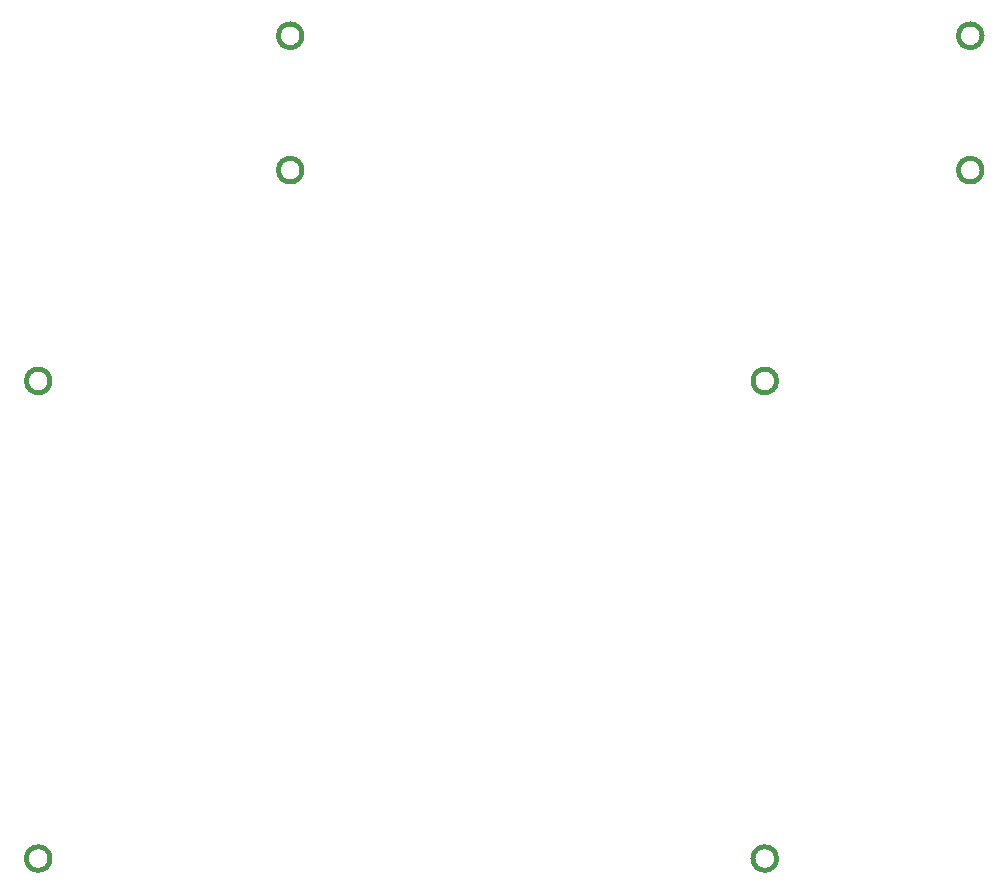
<source format=gbo>
G04 #@! TF.GenerationSoftware,KiCad,Pcbnew,(5.1.4-0-10_14)*
G04 #@! TF.CreationDate,2019-10-30T04:12:27+09:00*
G04 #@! TF.ProjectId,nilgiri_back,6e696c67-6972-4695-9f62-61636b2e6b69,rev?*
G04 #@! TF.SameCoordinates,Original*
G04 #@! TF.FileFunction,Legend,Bot*
G04 #@! TF.FilePolarity,Positive*
%FSLAX46Y46*%
G04 Gerber Fmt 4.6, Leading zero omitted, Abs format (unit mm)*
G04 Created by KiCad (PCBNEW (5.1.4-0-10_14)) date 2019-10-30 04:12:27*
%MOMM*%
%LPD*%
G04 APERTURE LIST*
%ADD10C,0.400000*%
G04 APERTURE END LIST*
D10*
X182784000Y-53020000D02*
G75*
G03X182784000Y-53020000I-1000000J0D01*
G01*
X165388800Y-111302800D02*
G75*
G03X165388800Y-111302800I-1000000J0D01*
G01*
X165388800Y-70866000D02*
G75*
G03X165388800Y-70866000I-1000000J0D01*
G01*
X103870000Y-111302800D02*
G75*
G03X103870000Y-111302800I-1000000J0D01*
G01*
X103870000Y-70866000D02*
G75*
G03X103870000Y-70866000I-1000000J0D01*
G01*
X182784000Y-41640000D02*
G75*
G03X182784000Y-41640000I-1000000J0D01*
G01*
X125206000Y-53020000D02*
G75*
G03X125206000Y-53020000I-1000000J0D01*
G01*
X125206000Y-41640000D02*
G75*
G03X125206000Y-41640000I-1000000J0D01*
G01*
M02*

</source>
